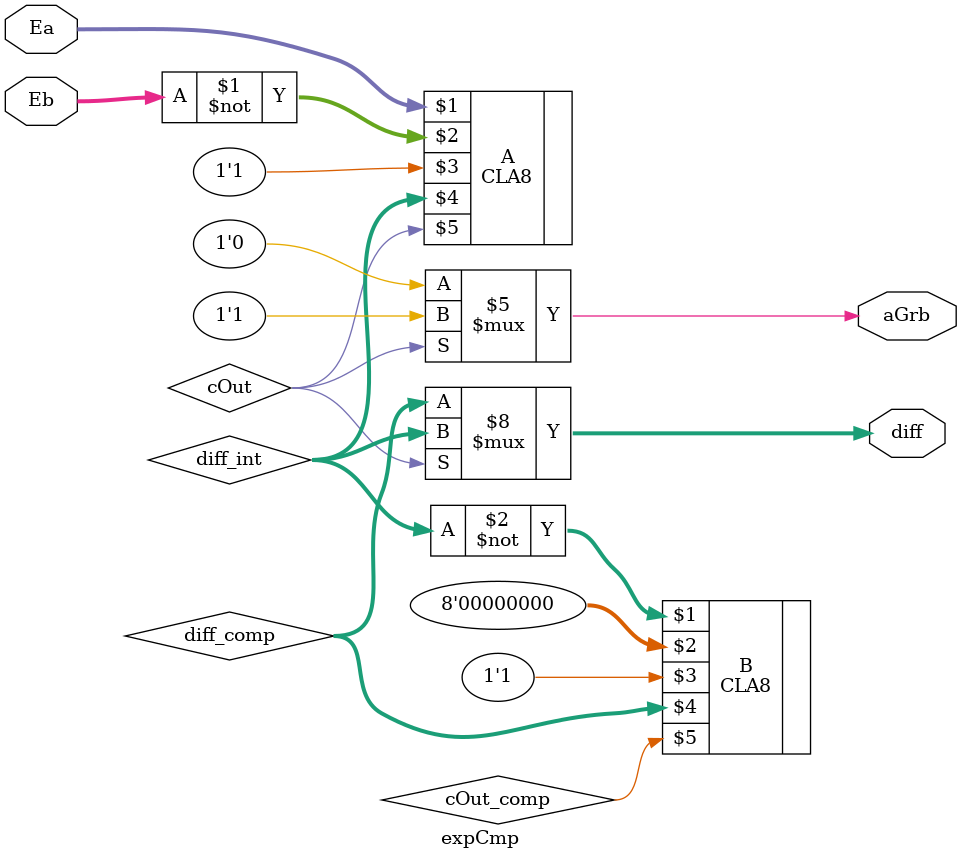
<source format=v>
`include "CLA8.v"


`ifndef _expCmp_
`define _expCmp_
module expCmp(Ea, Eb, aGrb, diff);

	input [7:0] Ea, Eb;

	output reg aGrb;
	output reg [7:0] diff;

	wire [7:0] diff_int, diff_comp;
	wire cOut, cOut_comp;

	CLA8 A(Ea, ~Eb, 1'b1, diff_int, cOut);
	CLA8 B(~diff_int, 8'b0, 1'b1, diff_comp, cOut_comp);


	always @(*) begin
		if (cOut) begin //A>=B
			diff = diff_int;
			aGrb = 1'b1;
		end
		else begin//B>A
			diff = diff_comp;
			aGrb = 1'b0;
		end
	end

endmodule
`endif
</source>
